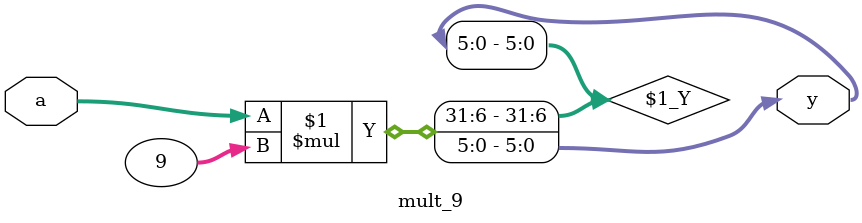
<source format=v>
module mult_9 (
	input 	[2:0] 	a , 
	output 	[5:0] 	y
);
	assign y = a * 9;
endmodule


</source>
